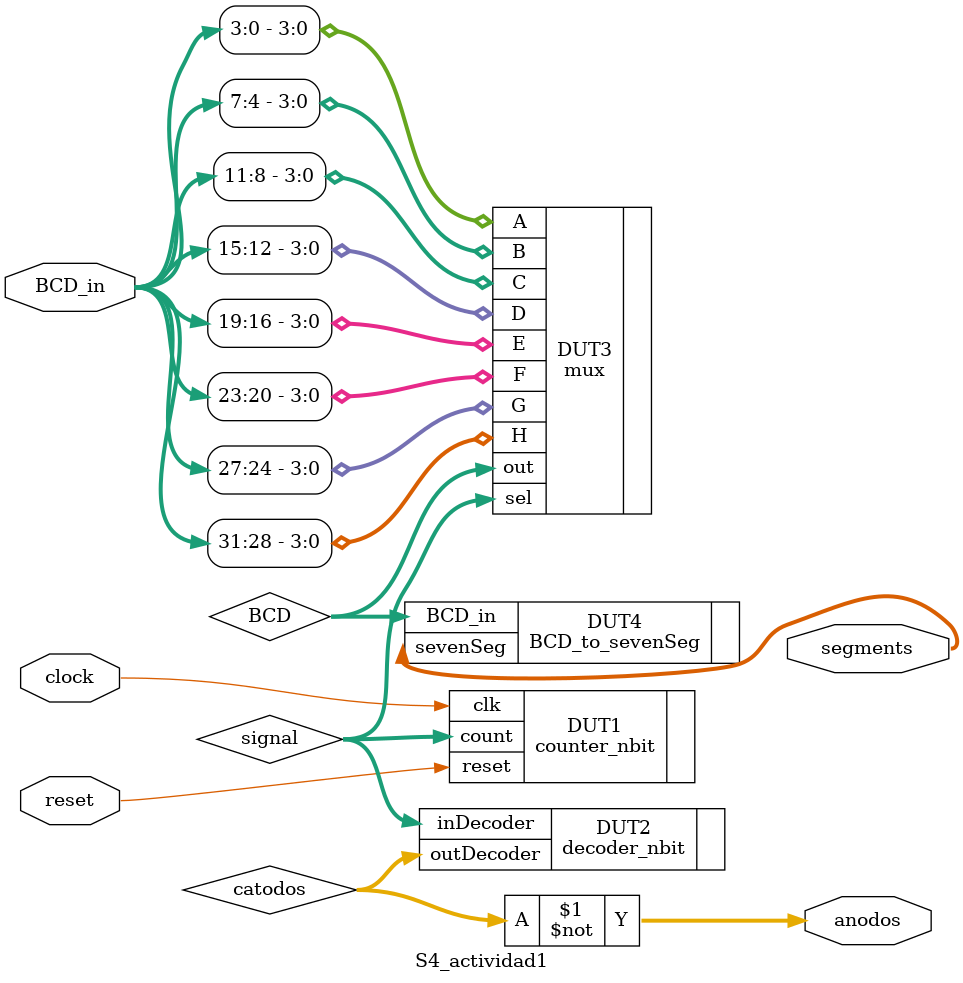
<source format=sv>
`timescale 1ns / 1ps

// Segments = {CA, CB, CC, CD, CE, CF, CG}
// Anodos   = {AN7, AN6, AN5, AN4, AN3, AN2, AN1, AN0}

module S4_actividad1 (
	input  logic [31:0] BCD_in,
	input  logic clock, reset,
	output logic [6:0] segments, 
	output logic [7:0] anodos   
);

// Implementación del sistema 
logic [2:0] signal;
logic [3:0] BCD;
logic [7:0] catodos;

assign anodos = ~catodos;

counter_nbit #(.N(3)) DUT1(
    .clk(clock),
    .reset(reset),
    .count(signal) 
);

decoder_nbit #(.N(3)) DUT2 (
    .inDecoder(signal),
    .outDecoder(catodos)
);

mux DUT3(
    .sel(signal),
    .A(BCD_in[3:0]),
    .B(BCD_in[7:4]),
    .C(BCD_in[11:8]),
    .D(BCD_in[15:12]),
    .E(BCD_in[19:16]),
    .F(BCD_in[23:20]),
    .G(BCD_in[27:24]),
    .H(BCD_in[31:28]),
    .out(BCD)
);

BCD_to_sevenSeg DUT4(
    .BCD_in(BCD),
    .sevenSeg(segments)
);

endmodule

</source>
